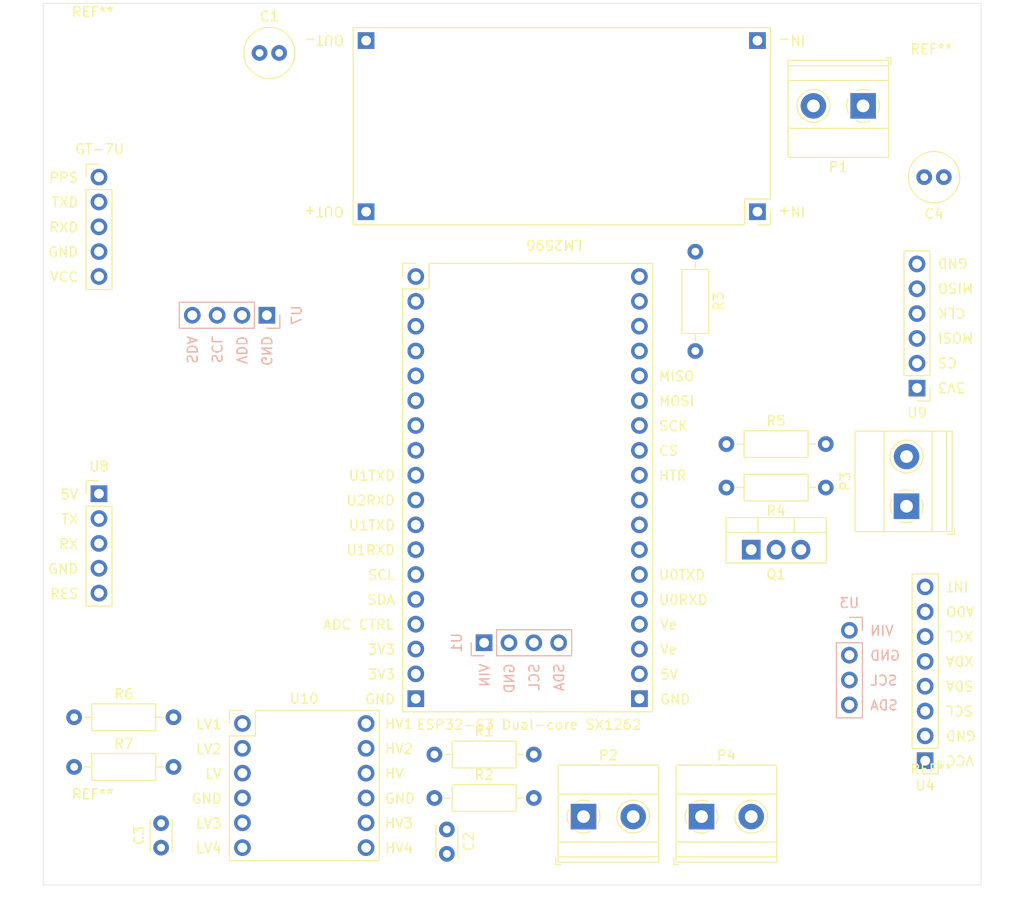
<source format=kicad_pcb>
(kicad_pcb (version 20240108) (generator "pcbnew") (generator_version "8.0")
  (layers (0 "F.Cu" signal) (1 "In1.Cu" signal) (2 "In2.Cu" signal) (3 "In3.Cu" signal) (4 "In4.Cu" signal) (31 "B.Cu" signal) (34 "B.Paste" user) (35 "F.Paste" user) (36 "B.SilkS" user "B.Silkscreen") (37 "F.SilkS" user "F.Silkscreen") (38 "B.Mask" user) (39 "F.Mask" user) (44 "Edge.Cuts" user))
  (net 0 "")
  (net 1 "GND")
  (net 2 "+15V")
  (net 3 "+5V")
  (net 4 "Net-(P3-GND)")
  (net 5 "Net-(Q1-G)")
  (net 6 "Net-(U1-SDA)")
  (net 7 "Net-(U1-SCL)")
  (net 8 "Net-(U2-MISO)")
  (net 11 "Net-(U2-U2TXD)")
  (net 12 "Net-(U2-CS)")
  (net 19 "Net-(U10-HV1)")
  (net 20 "Net-(U10-HV2)")
  (net 23 "Net-(U2-MOSI)")
  (net 27 "Net-(U2-HTR)")
  (net 29 "Net-(U2-U1RXD)")
  (net 30 "+3V3")
  (net 36 "Net-(U2-U2RXD)")
  (net 38 "Net-(U2-U1TXD)")
  (net 50 "Net-(U2-CLK)")
  (footprint "Capacitor_THT:C_Radial_D5.0mm_H11.0mm_P2.00mm" (layer "F.Cu") (at 188.595 63.5 180)
    (property "Reference" "C4" (at 1 -3.75 0) (layer "F.SilkS"))
    (property "Value" "100uF")
    (fp_circle (center 1 0) (end 3.62 0) (stroke (width 0.12)) (fill none) (layer "F.SilkS"))
    (pad "1" thru_hole circle (at 0 0 180) (size 1.6 1.6) (drill 0.8) (layers "*.Cu" "*.Mask") (net 2 "+15V"))
    (pad "2" thru_hole circle (at 2 0 180) (size 1.6 1.6) (drill 0.8) (layers "*.Cu" "*.Mask") (net 1 "GND"))
  )
  (footprint "Capacitor_THT:C_Radial_D5.0mm_H11.0mm_P2.00mm" (layer "F.Cu") (at 118.65 50.8)
    (property "Reference" "C1" (at 1 -3.75 0) (layer "F.SilkS"))
    (property "Value" "100uF")
    (fp_circle (center 1 0) (end 3.62 0) (stroke (width 0.12)) (fill none) (layer "F.SilkS"))
    (pad "1" thru_hole circle (at 0 0) (size 1.6 1.6) (drill 0.8) (layers "*.Cu" "*.Mask") (net 3 "+5V"))
    (pad "2" thru_hole circle (at 2 0) (size 1.6 1.6) (drill 0.8) (layers "*.Cu" "*.Mask") (net 1 "GND"))
  )
  (footprint "MountingHole:MountingHole_3.2mm_M3" (layer "F.Cu") (at 187.32 128.27)
    (property "Reference" "REF**" (at 0 -4.2 0) (layer "F.SilkS"))
    (property "Value" "MountingHole_3.2mm_M3")
    (pad "" np_thru_hole circle (at 0 0) (size 3.2 3.2) (drill 3.2) (layers "*.Cu" "*.Mask"))
  )
  (footprint "TerminalBlock_Phoenix:TerminalBlock_Phoenix_MKDS-1,5-2-5.08_1x02_P5.08mm_Horizontal" (layer "F.Cu") (at 163.83 128.905)
    (property "Reference" "P4" (at 2.54 -6.26 0) (layer "F.SilkS"))
    (property "Value" "Power Terminal Block")
    (fp_line (start -2.84 4.16) (end -2.84 4.9) (stroke (width 0.12)) (layer "F.SilkS"))
    (fp_line (start -2.84 4.9) (end -2.34 4.9) (stroke (width 0.12)) (layer "F.SilkS"))
    (fp_line (start -2.6 -5.261) (end -2.6 4.66) (stroke (width 0.12)) (layer "F.SilkS"))
    (fp_line (start -2.6 -5.261) (end 7.68 -5.261) (stroke (width 0.12)) (layer "F.SilkS"))
    (fp_line (start -2.6 -2.301) (end 7.68 -2.301) (stroke (width 0.12)) (layer "F.SilkS"))
    (fp_line (start -2.6 2.6) (end 7.68 2.6) (stroke (width 0.12)) (layer "F.SilkS"))
    (fp_line (start -2.6 4.1) (end 7.68 4.1) (stroke (width 0.12)) (layer "F.SilkS"))
    (fp_line (start -2.6 4.66) (end 7.68 4.66) (stroke (width 0.12)) (layer "F.SilkS"))
    (fp_line (start 3.853 1.023) (end 3.806 1.069) (stroke (width 0.12)) (layer "F.SilkS"))
    (fp_line (start 4.046 1.239) (end 4.011 1.274) (stroke (width 0.12)) (layer "F.SilkS"))
    (fp_line (start 6.15 -1.275) (end 6.115 -1.239) (stroke (width 0.12)) (layer "F.SilkS"))
    (fp_line (start 6.355 -1.069) (end 6.308 -1.023) (stroke (width 0.12)) (layer "F.SilkS"))
    (fp_line (start 7.68 -5.261) (end 7.68 4.66) (stroke (width 0.12)) (layer "F.SilkS"))
    (fp_arc (start -1.535427 0.683042) (mid -1.680501 -0.000524) (end -1.535 -0.684) (stroke (width 0.12)) (layer "F.SilkS"))
    (fp_arc (start -0.683042 -1.535427) (mid 0.000524 -1.680501) (end 0.684 -1.535) (stroke (width 0.12)) (layer "F.SilkS"))
    (fp_arc (start 0.028805 1.680253) (mid -0.335551 1.646659) (end -0.684 1.535) (stroke (width 0.12)) (layer "F.SilkS"))
    (fp_arc (start 0.683318 1.534756) (mid 0.349292 1.643288) (end 0 1.68) (stroke (width 0.12)) (layer "F.SilkS"))
    (fp_arc (start 1.535427 -0.683042) (mid 1.680501 0.000524) (end 1.535 0.684) (stroke (width 0.12)) (layer "F.SilkS"))
    (fp_circle (center 5.08 0) (end 6.76 0) (stroke (width 0.12)) (fill none) (layer "F.SilkS"))
    (pad "1" thru_hole rect (at 0 0) (size 2.6 2.6) (drill 1.3) (layers "*.Cu" "*.Mask") (net 1 "GND"))
    (pad "2" thru_hole circle (at 5.08 0) (size 2.6 2.6) (drill 1.3) (layers "*.Cu" "*.Mask") (net 3 "+5V"))
  )
  (footprint "Resistor_THT:R_Axial_DIN0207_L6.3mm_D2.5mm_P10.16mm_Horizontal" (layer "F.Cu") (at 176.53 95.25 180)
    (property "Reference" "R4" (at 5.08 -2.37 0) (layer "F.SilkS"))
    (property "Value" "100")
    (fp_line (start 9.12 0) (end 8.35 0) (stroke (width 0.12)) (layer "F.SilkS"))
    (fp_line (start 8.35 1.37) (end 8.35 -1.37) (stroke (width 0.12)) (layer "F.SilkS"))
    (fp_line (start 8.35 -1.37) (end 1.81 -1.37) (stroke (width 0.12)) (layer "F.SilkS"))
    (fp_line (start 1.81 1.37) (end 8.35 1.37) (stroke (width 0.12)) (layer "F.SilkS"))
    (fp_line (start 1.81 -1.37) (end 1.81 1.37) (stroke (width 0.12)) (layer "F.SilkS"))
    (fp_line (start 1.04 0) (end 1.81 0) (stroke (width 0.12)) (layer "F.SilkS"))
    (pad "1" thru_hole circle (at 0 0 180) (size 1.6 1.6) (drill 0.8) (layers "*.Cu" "*.Mask") (net 27 "Net-(U2-HTR)"))
    (pad "2" thru_hole oval (at 10.16 0 180) (size 1.6 1.6) (drill 0.8) (layers "*.Cu" "*.Mask") (net 5 "Net-(Q1-G)"))
  )
  (footprint "Resistor_THT:R_Axial_DIN0207_L6.3mm_D2.5mm_P10.16mm_Horizontal" (layer "F.Cu") (at 99.695 118.745)
    (property "Reference" "R6" (at 5.08 -2.37 0) (layer "F.SilkS"))
    (property "Value" "10k")
    (fp_line (start 1.04 0) (end 1.81 0) (stroke (width 0.12)) (layer "F.SilkS"))
    (fp_line (start 1.81 -1.37) (end 1.81 1.37) (stroke (width 0.12)) (layer "F.SilkS"))
    (fp_line (start 1.81 1.37) (end 8.35 1.37) (stroke (width 0.12)) (layer "F.SilkS"))
    (fp_line (start 8.35 -1.37) (end 1.81 -1.37) (stroke (width 0.12)) (layer "F.SilkS"))
    (fp_line (start 8.35 1.37) (end 8.35 -1.37) (stroke (width 0.12)) (layer "F.SilkS"))
    (fp_line (start 9.12 0) (end 8.35 0) (stroke (width 0.12)) (layer "F.SilkS"))
    (pad "1" thru_hole circle (at 0 0) (size 1.6 1.6) (drill 0.8) (layers "*.Cu" "*.Mask") (net 30 "+3V3"))
    (pad "2" thru_hole oval (at 10.16 0) (size 1.6 1.6) (drill 0.8) (layers "*.Cu" "*.Mask") (net 6 "Net-(U1-SDA)"))
  )
  (footprint "MountingHole:MountingHole_3.2mm_M3" (layer "F.Cu") (at 101.6 50.8)
    (property "Reference" "REF**" (at 0 -4.2 0) (layer "F.SilkS"))
    (property "Value" "MountingHole_3.2mm_M3")
    (pad "" np_thru_hole circle (at 0 0) (size 3.2 3.2) (drill 3.2) (layers "*.Cu" "*.Mask"))
  )
  (footprint "Actual Footprint Library:GY-521 MPU-6050" (layer "F.Cu") (at 186.69 123.19 180)
    (property "Reference" "U4" (at 0 -2.54 360) (layer "F.SilkS"))
    (property "Value" "GY-521 MPU-6050")
    (fp_line (start 1.33 1.27) (end 1.33 19.11) (stroke (width 0.12)) (layer "F.SilkS"))
    (fp_line (start -1.33 19.11) (end 1.33 19.11) (stroke (width 0.12)) (layer "F.SilkS"))
    (fp_line (start -1.33 1.27) (end 1.33 1.27) (stroke (width 0.12)) (layer "F.SilkS"))
    (fp_line (start -1.33 1.27) (end -1.33 19.11) (stroke (width 0.12)) (layer "F.SilkS"))
    (fp_line (start -1.33 0) (end -1.33 -1.33) (stroke (width 0.12)) (layer "F.SilkS"))
    (fp_line (start -1.33 -1.33) (end 0 -1.33) (stroke (width 0.12)) (layer "F.SilkS"))
    (fp_text user "VCC" (at -2.032 0.635 180) (layer "F.SilkS") (effects (justify right bottom)))
    (fp_text user "ADO" (at -2.032 15.875 180) (layer "F.SilkS") (effects (justify right bottom)))
    (fp_text user "SDA" (at -2.032 8.255 180) (layer "F.SilkS") (effects (justify right bottom)))
    (fp_text user "XDA" (at -2.032 10.795 180) (layer "F.SilkS") (effects (justify right bottom)))
    (fp_text user "INT" (at -2.032 18.415 180) (layer "F.SilkS") (effects (justify right bottom)))
    (fp_text user "GND" (at -2.032 3.175 180) (layer "F.SilkS") (effects (justify right bottom)))
    (fp_text user "XCL" (at -2.032 13.335 180) (layer "F.SilkS") (effects (justify right bottom)))
    (fp_text user "SCL" (at -2.032 5.715 180) (layer "F.SilkS") (effects (justify right bottom)))
    (pad "1" thru_hole rect (at 0 0 180) (size 1.7 1.7) (drill 1) (layers "*.Cu" "*.Mask") (net 3 "+5V"))
    (pad "2" thru_hole oval (at 0 2.54 180) (size 1.7 1.7) (drill 1) (layers "*.Cu" "*.Mask") (net 1 "GND"))
    (pad "3" thru_hole oval (at 0 5.08 180) (size 1.7 1.7) (drill 1) (layers "*.Cu" "*.Mask") (net 19 "Net-(U10-HV1)"))
    (pad "4" thru_hole oval (at 0 7.62 180) (size 1.7 1.7) (drill 1) (layers "*.Cu" "*.Mask") (net 20 "Net-(U10-HV2)"))
    (pad "5" thru_hole oval (at 0 10.16 180) (size 1.7 1.7) (drill 1) (layers "*.Cu" "*.Mask"))
    (pad "6" thru_hole oval (at 0 12.7 180) (size 1.7 1.7) (drill 1) (layers "*.Cu" "*.Mask"))
    (pad "7" thru_hole oval (at 0 15.24 180) (size 1.7 1.7) (drill 1) (layers "*.Cu" "*.Mask"))
    (pad "8" thru_hole oval (at 0 17.78 180) (size 1.7 1.7) (drill 1) (layers "*.Cu" "*.Mask"))
  )
  (footprint "Resistor_THT:R_Axial_DIN0207_L6.3mm_D2.5mm_P10.16mm_Horizontal" (layer "F.Cu") (at 136.525 127)
    (property "Reference" "R2" (at 5.08 -2.37 0) (layer "F.SilkS"))
    (property "Value" "10k")
    (fp_line (start 1.04 0) (end 1.81 0) (stroke (width 0.12)) (layer "F.SilkS"))
    (fp_line (start 1.81 -1.37) (end 1.81 1.37) (stroke (width 0.12)) (layer "F.SilkS"))
    (fp_line (start 1.81 1.37) (end 8.35 1.37) (stroke (width 0.12)) (layer "F.SilkS"))
    (fp_line (start 8.35 -1.37) (end 1.81 -1.37) (stroke (width 0.12)) (layer "F.SilkS"))
    (fp_line (start 8.35 1.37) (end 8.35 -1.37) (stroke (width 0.12)) (layer "F.SilkS"))
    (fp_line (start 9.12 0) (end 8.35 0) (stroke (width 0.12)) (layer "F.SilkS"))
    (pad "1" thru_hole circle (at 0 0) (size 1.6 1.6) (drill 0.8) (layers "*.Cu" "*.Mask") (net 20 "Net-(U10-HV2)"))
    (pad "2" thru_hole oval (at 10.16 0) (size 1.6 1.6) (drill 0.8) (layers "*.Cu" "*.Mask") (net 3 "+5V"))
  )
  (footprint "TerminalBlock_Phoenix:TerminalBlock_Phoenix_MKDS-1,5-2-5.08_1x02_P5.08mm_Horizontal" (layer "F.Cu") (at 180.345 56.215 180)
    (property "Reference" "P1" (at 2.54 -6.26 360) (layer "F.SilkS"))
    (property "Value" "Power Terminal Block")
    (fp_line (start 7.68 -5.261) (end 7.68 4.66) (stroke (width 0.12)) (layer "F.SilkS"))
    (fp_line (start 6.355 -1.069) (end 6.308 -1.023) (stroke (width 0.12)) (layer "F.SilkS"))
    (fp_line (start 6.15 -1.275) (end 6.115 -1.239) (stroke (width 0.12)) (layer "F.SilkS"))
    (fp_line (start 4.046 1.239) (end 4.011 1.274) (stroke (width 0.12)) (layer "F.SilkS"))
    (fp_line (start 3.853 1.023) (end 3.806 1.069) (stroke (width 0.12)) (layer "F.SilkS"))
    (fp_line (start -2.6 4.66) (end 7.68 4.66) (stroke (width 0.12)) (layer "F.SilkS"))
    (fp_line (start -2.6 4.1) (end 7.68 4.1) (stroke (width 0.12)) (layer "F.SilkS"))
    (fp_line (start -2.6 2.6) (end 7.68 2.6) (stroke (width 0.12)) (layer "F.SilkS"))
    (fp_line (start -2.6 -2.301) (end 7.68 -2.301) (stroke (width 0.12)) (layer "F.SilkS"))
    (fp_line (start -2.6 -5.261) (end 7.68 -5.261) (stroke (width 0.12)) (layer "F.SilkS"))
    (fp_line (start -2.6 -5.261) (end -2.6 4.66) (stroke (width 0.12)) (layer "F.SilkS"))
    (fp_line (start -2.84 4.9) (end -2.34 4.9) (stroke (width 0.12)) (layer "F.SilkS"))
    (fp_line (start -2.84 4.16) (end -2.84 4.9) (stroke (width 0.12)) (layer "F.SilkS"))
    (fp_arc (start 1.535427 -0.683042) (mid 1.680501 0.000524) (end 1.535 0.684) (stroke (width 0.12)) (layer "F.SilkS"))
    (fp_arc (start 0.683318 1.534756) (mid 0.349292 1.643288) (end 0 1.68) (stroke (width 0.12)) (layer "F.SilkS"))
    (fp_arc (start 0.028805 1.680253) (mid -0.335551 1.646659) (end -0.684 1.535) (stroke (width 0.12)) (layer "F.SilkS"))
    (fp_arc (start -0.683042 -1.535427) (mid 0.000524 -1.680501) (end 0.684 -1.535) (stroke (width 0.12)) (layer "F.SilkS"))
    (fp_arc (start -1.535427 0.683042) (mid -1.680501 -0.000524) (end -1.535 -0.684) (stroke (width 0.12)) (layer "F.SilkS"))
    (fp_circle (center 5.08 0) (end 6.76 0) (stroke (width 0.12)) (fill none) (layer "F.SilkS"))
    (pad "1" thru_hole rect (at 0 0 180) (size 2.6 2.6) (drill 1.3) (layers "*.Cu" "*.Mask") (net 1 "GND"))
    (pad "2" thru_hole circle (at 5.08 0 180) (size 2.6 2.6) (drill 1.3) (layers "*.Cu" "*.Mask") (net 2 "+15V"))
  )
  (footprint "Package_TO_SOT_THT:TO-220-3_Vertical" (layer "F.Cu") (at 168.91 101.6)
    (property "Reference" "Q1" (at 2.54 2.54 0) (layer "F.SilkS"))
    (property "Value" "IRLZ44N")
    (fp_line (start -2.58 -3.27) (end -2.58 1.371) (stroke (width 0.12)) (layer "F.SilkS"))
    (fp_line (start -2.58 -3.27) (end 7.66 -3.27) (stroke (width 0.12)) (layer "F.SilkS"))
    (fp_line (start -2.58 -1.76) (end 7.66 -1.76) (stroke (width 0.12)) (layer "F.SilkS"))
    (fp_line (start -2.58 1.371) (end 7.66 1.371) (stroke (width 0.12)) (layer "F.SilkS"))
    (fp_line (start 0.69 -3.27) (end 0.69 -1.76) (stroke (width 0.12)) (layer "F.SilkS"))
    (fp_line (start 4.391 -3.27) (end 4.391 -1.76) (stroke (width 0.12)) (layer "F.SilkS"))
    (fp_line (start 7.66 -3.27) (end 7.66 1.371) (stroke (width 0.12)) (layer "F.SilkS"))
    (pad "1" thru_hole rect (at 0 0) (size 1.905 2) (drill 1.1) (layers "*.Cu" "*.Mask") (net 5 "Net-(Q1-G)"))
    (pad "2" thru_hole oval (at 2.54 0) (size 1.905 2) (drill 1.1) (layers "*.Cu" "*.Mask") (net 4 "Net-(P3-GND)"))
    (pad "3" thru_hole oval (at 5.08 0) (size 1.905 2) (drill 1.1) (layers "*.Cu" "*.Mask") (net 1 "GND"))
  )
  (footprint "Resistor_THT:R_Axial_DIN0207_L6.3mm_D2.5mm_P10.16mm_Horizontal" (layer "F.Cu") (at 136.525 122.555)
    (property "Reference" "R1" (at 5.08 -2.37 0) (layer "F.SilkS"))
    (property "Value" "10k")
    (fp_line (start 1.04 0) (end 1.81 0) (stroke (width 0.12)) (layer "F.SilkS"))
    (fp_line (start 1.81 -1.37) (end 1.81 1.37) (stroke (width 0.12)) (layer "F.SilkS"))
    (fp_line (start 1.81 1.37) (end 8.35 1.37) (stroke (width 0.12)) (layer "F.SilkS"))
    (fp_line (start 8.35 -1.37) (end 1.81 -1.37) (stroke (width 0.12)) (layer "F.SilkS"))
    (fp_line (start 8.35 1.37) (end 8.35 -1.37) (stroke (width 0.12)) (layer "F.SilkS"))
    (fp_line (start 9.12 0) (end 8.35 0) (stroke (width 0.12)) (layer "F.SilkS"))
    (pad "1" thru_hole circle (at 0 0) (size 1.6 1.6) (drill 0.8) (layers "*.Cu" "*.Mask") (net 3 "+5V"))
    (pad "2" thru_hole oval (at 10.16 0) (size 1.6 1.6) (drill 0.8) (layers "*.Cu" "*.Mask") (net 19 "Net-(U10-HV1)"))
  )
  (footprint "Resistor_THT:R_Axial_DIN0207_L6.3mm_D2.5mm_P10.16mm_Horizontal" (layer "F.Cu") (at 166.37 90.805)
    (property "Reference" "R5" (at 5.08 -2.37 0) (layer "F.SilkS"))
    (property "Value" "10k")
    (fp_line (start 1.04 0) (end 1.81 0) (stroke (width 0.12)) (layer "F.SilkS"))
    (fp_line (start 1.81 -1.37) (end 1.81 1.37) (stroke (width 0.12)) (layer "F.SilkS"))
    (fp_line (start 1.81 1.37) (end 8.35 1.37) (stroke (width 0.12)) (layer "F.SilkS"))
    (fp_line (start 8.35 -1.37) (end 1.81 -1.37) (stroke (width 0.12)) (layer "F.SilkS"))
    (fp_line (start 8.35 1.37) (end 8.35 -1.37) (stroke (width 0.12)) (layer "F.SilkS"))
    (fp_line (start 9.12 0) (end 8.35 0) (stroke (width 0.12)) (layer "F.SilkS"))
    (pad "1" thru_hole circle (at 0 0) (size 1.6 1.6) (drill 0.8) (layers "*.Cu" "*.Mask") (net 1 "GND"))
    (pad "2" thru_hole oval (at 10.16 0) (size 1.6 1.6) (drill 0.8) (layers "*.Cu" "*.Mask") (net 5 "Net-(Q1-G)"))
  )
  (footprint "Actual Footprint Library:uCAM-III" (layer "F.Cu") (at 102.235 95.885)
    (property "Reference" "U8" (at 0 -2.794 0) (layer "F.SilkS"))
    (property "Value" "uCAM-III")
    (fp_line (start -1.33 -1.33) (end 0 -1.33) (stroke (width 0.12)) (layer "F.SilkS"))
    (fp_line (start -1.33 0) (end -1.33 -1.33) (stroke (width 0.12)) (layer "F.SilkS"))
    (fp_line (start -1.33 1.27) (end -1.33 11.49) (stroke (width 0.12)) (layer "F.SilkS"))
    (fp_line (start -1.33 1.27) (end 1.33 1.27) (stroke (width 0.12)) (layer "F.SilkS"))
    (fp_line (start -1.33 11.49) (end 1.33 11.49) (stroke (width 0.12)) (layer "F.SilkS"))
    (fp_line (start 1.33 1.27) (end 1.33 11.49) (stroke (width 0.12)) (layer "F.SilkS"))
    (fp_text user "TX" (at -2.032 3.2004 0) (layer "F.SilkS") (effects (justify right bottom)))
    (fp_text user "RES" (at -2.032 10.8204 0) (layer "F.SilkS") (effects (justify right bottom)))
    (fp_text user "GND" (at -2.032 8.2804 0) (layer "F.SilkS") (effects (justify right bottom)))
    (fp_text user "RX" (at -2.032 5.7404 0) (layer "F.SilkS") (effects (justify right bottom)))
    (fp_text user "5V" (at -2.032 0.6604 0) (layer "F.SilkS") (effects (justify right bottom)))
    (pad "1" thru_hole rect (at 0 0) (size 1.7 1.7) (drill 1) (layers "*.Cu" "*.Mask") (net 3 "+5V"))
    (pad "2" thru_hole oval (at 0 2.54) (size 1.7 1.7) (drill 1) (layers "*.Cu" "*.Mask") (net 29 "Net-(U2-U1RXD)"))
    (pad "3" thru_hole oval (at 0 5.08) (size 1.7 1.7) (drill 1) (layers "*.Cu" "*.Mask") (net 38 "Net-(U2-U1TXD)"))
    (pad "4" thru_hole oval (at 0 7.62) (size 1.7 1.7) (drill 1) (layers "*.Cu" "*.Mask") (net 1 "GND"))
    (pad "5" thru_hole oval (at 0 10.16) (size 1.7 1.7) (drill 1) (layers "*.Cu" "*.Mask"))
  )
  (footprint "TerminalBlock_Phoenix:TerminalBlock_Phoenix_MKDS-1,5-2-5.08_1x02_P5.08mm_Horizontal" (layer "F.Cu") (at 184.785 97.16 90)
    (property "Reference" "P3" (at 2.54 -6.26 90) (layer "F.SilkS"))
    (property "Value" "Power Terminal Block")
    (fp_line (start 7.68 -5.261) (end 7.68 4.66) (stroke (width 0.12)) (layer "F.SilkS"))
    (fp_line (start -2.6 -5.261) (end 7.68 -5.261) (stroke (width 0.12)) (layer "F.SilkS"))
    (fp_line (start -2.6 -5.261) (end -2.6 4.66) (stroke (width 0.12)) (layer "F.SilkS"))
    (fp_line (start -2.6 -2.301) (end 7.68 -2.301) (stroke (width 0.12)) (layer "F.SilkS"))
    (fp_line (start 6.15 -1.275) (end 6.115 -1.239) (stroke (width 0.12)) (layer "F.SilkS"))
    (fp_line (start 6.355 -1.069) (end 6.308 -1.023) (stroke (width 0.12)) (layer "F.SilkS"))
    (fp_line (start 3.853 1.023) (end 3.806 1.069) (stroke (width 0.12)) (layer "F.SilkS"))
    (fp_line (start 4.046 1.239) (end 4.011 1.274) (stroke (width 0.12)) (layer "F.SilkS"))
    (fp_line (start -2.6 2.6) (end 7.68 2.6) (stroke (width 0.12)) (layer "F.SilkS"))
    (fp_line (start -2.6 4.1) (end 7.68 4.1) (stroke (width 0.12)) (layer "F.SilkS"))
    (fp_line (start -2.84 4.16) (end -2.84 4.9) (stroke (width 0.12)) (layer "F.SilkS"))
    (fp_line (start -2.6 4.66) (end 7.68 4.66) (stroke (width 0.12)) (layer "F.SilkS"))
    (fp_line (start -2.84 4.9) (end -2.34 4.9) (stroke (width 0.12)) (layer "F.SilkS"))
    (fp_arc (start -0.683042 -1.535427) (mid 0.000524 -1.680501) (end 0.684 -1.535) (stroke (width 0.12)) (layer "F.SilkS"))
    (fp_arc (start 1.535427 -0.683042) (mid 1.680501 0.000524) (end 1.535 0.684) (stroke (width 0.12)) (layer "F.SilkS"))
    (fp_arc (start -1.535427 0.683042) (mid -1.680501 -0.000524) (end -1.535 -0.684) (stroke (width 0.12)) (layer "F.SilkS"))
    (fp_arc (start 0.683318 1.534756) (mid 0.349292 1.643288) (end 0 1.68) (stroke (width 0.12)) (layer "F.SilkS"))
    (fp_arc (start 0.028805 1.680253) (mid -0.335551 1.646659) (end -0.684 1.535) (stroke (width 0.12)) (layer "F.SilkS"))
    (fp_circle (center 5.08 0) (end 6.76 0) (stroke (width 0.12)) (fill none) (layer "F.SilkS"))
    (pad "1" thru_hole rect (at 0 0 90) (size 2.6 2.6) (drill 1.3) (layers "*.Cu" "*.Mask") (net 4 "Net-(P3-GND)"))
    (pad "2" thru_hole circle (at 5.08 0 90) (size 2.6 2.6) (drill 1.3) (layers "*.Cu" "*.Mask") (net 2 "+15V"))
  )
  (footprint "Actual Footprint Library:SDHC" (layer "F.Cu") (at 185.856 85.078 180)
    (property "Reference" "U9" (at 0 -2.54 180) (layer "F.SilkS"))
    (property "Value" "SDHC")
    (fp_line (start 1.33 14.03) (end -1.33 14.03) (stroke (width 0.12)) (layer "F.SilkS"))
    (fp_line (start 1.33 1.27) (end 1.33 14.03) (stroke (width 0.12)) (layer "F.SilkS"))
    (fp_line (start 1.33 1.27) (end -1.33 1.27) (stroke (width 0.12)) (layer "F.SilkS"))
    (fp_line (start 0 -1.33) (end -1.33 -1.33) (stroke (width 0.12)) (layer "F.SilkS"))
    (fp_line (start -1.33 1.27) (end -1.33 14.03) (stroke (width 0.12)) (layer "F.SilkS"))
    (fp_line (start -1.33 0) (end -1.33 -1.33) (stroke (width 0.12)) (layer "F.SilkS"))
    (fp_text user "MISO" (at -2.032 10.8204 180) (layer "F.SilkS") (effects (justify right bottom)))
    (fp_text user "CLK" (at -2.032 8.2804 180) (layer "F.SilkS") (effects (justify right bottom)))
    (fp_text user "3V3" (at -2.032 0.6604 180) (layer "F.SilkS") (effects (justify right bottom)))
    (fp_text user "MOSI" (at -2.032 5.7404 180) (layer "F.SilkS") (effects (justify right bottom)))
    (fp_text user "CS" (at -2.032 3.2004 180) (layer "F.SilkS") (effects (justify right bottom)))
    (fp_text user "GND" (at -2.032 13.3604 180) (layer "F.SilkS") (effects (justify right bottom)))
    (pad "1" thru_hole rect (at 0 0 180) (size 1.7 1.7) (drill 1) (layers "*.Cu" "*.Mask") (net 30 "+3V3"))
    (pad "2" thru_hole oval (at 0 2.54 180) (size 1.7 1.7) (drill 1) (layers "*.Cu" "*.Mask") (net 12 "Net-(U2-CS)"))
    (pad "3" thru_hole oval (at 0 5.08 180) (size 1.7 1.7) (drill 1) (layers "*.Cu" "*.Mask") (net 23 "Net-(U2-MOSI)"))
    (pad "4" thru_hole oval (at 0 7.62 180) (size 1.7 1.7) (drill 1) (layers "*.Cu" "*.Mask") (net 50 "Net-(U2-CLK)"))
    (pad "5" thru_hole oval (at 0 10.16 180) (size 1.7 1.7) (drill 1) (layers "*.Cu" "*.Mask") (net 8 "Net-(U2-MISO)"))
    (pad "6" thru_hole oval (at 0 12.7 180) (size 1.7 1.7) (drill 1) (layers "*.Cu" "*.Mask") (net 1 "GND"))
  )
  (footprint "MountingHole:MountingHole_3.2mm_M3" (layer "F.Cu") (at 187.32 54.61)
    (property "Reference" "REF**" (at 0 -4.2 0) (layer "F.SilkS"))
    (property "Value" "MountingHole_3.2mm_M3")
    (pad "" np_thru_hole circle (at 0 0) (size 3.2 3.2) (drill 3.2) (layers "*.Cu" "*.Mask"))
  )
  (footprint "Capacitor_THT:C_Disc_D3.0mm_W2.0mm_P2.50mm" (layer "F.Cu") (at 108.585 132.08 90)
    (property "Reference" "C3" (at 1.25 -2.25 90) (layer "F.SilkS"))
    (property "Value" "100nF")
    (fp_line (start 2.87 -1.12) (end 2.87 -1.055) (stroke (width 0.12)) (layer "F.SilkS"))
    (fp_line (start -0.37 -1.12) (end 2.87 -1.12) (stroke (width 0.12)) (layer "F.SilkS"))
    (fp_line (start -0.37 -1.12) (end -0.37 -1.055) (stroke (width 0.12)) (layer "F.SilkS"))
    (fp_line (start 2.87 1.055) (end 2.87 1.12) (stroke (width 0.12)) (layer "F.SilkS"))
    (fp_line (start -0.37 1.055) (end -0.37 1.12) (stroke (width 0.12)) (layer "F.SilkS"))
    (fp_line (start -0.37 1.12) (end 2.87 1.12) (stroke (width 0.12)) (layer "F.SilkS"))
    (pad "1" thru_hole circle (at 0 0 90) (size 1.6 1.6) (drill 0.8) (layers "*.Cu" "*.Mask") (net 30 "+3V3"))
    (pad "2" thru_hole circle (at 2.5 0 90) (size 1.6 1.6) (drill 0.8) (layers "*.Cu" "*.Mask") (net 1 "GND"))
  )
  (footprint "Resistor_THT:R_Axial_DIN0207_L6.3mm_D2.5mm_P10.16mm_Horizontal" (layer "F.Cu") (at 99.695 123.825)
    (property "Reference" "R7" (at 5.08 -2.37 0) (layer "F.SilkS"))
    (property "Value" "10k")
    (fp_line (start 1.04 0) (end 1.81 0) (stroke (width 0.12)) (layer "F.SilkS"))
    (fp_line (start 1.81 -1.37) (end 1.81 1.37) (stroke (width 0.12)) (layer "F.SilkS"))
    (fp_line (start 1.81 1.37) (end 8.35 1.37) (stroke (width 0.12)) (layer "F.SilkS"))
    (fp_line (start 8.35 -1.37) (end 1.81 -1.37) (stroke (width 0.12)) (layer "F.SilkS"))
    (fp_line (start 8.35 1.37) (end 8.35 -1.37) (stroke (width 0.12)) (layer "F.SilkS"))
    (fp_line (start 9.12 0) (end 8.35 0) (stroke (width 0.12)) (layer "F.SilkS"))
    (pad "1" thru_hole circle (at 0 0) (size 1.6 1.6) (drill 0.8) (layers "*.Cu" "*.Mask") (net 30 "+3V3"))
    (pad "2" thru_hole oval (at 10.16 0) (size 1.6 1.6) (drill 0.8) (layers "*.Cu" "*.Mask") (net 7 "Net-(U1-SCL)"))
  )
  (footprint "Actual Footprint Library:LM2596" (layer "F.Cu") (at 169.545 49.535 180)
    (property "Reference" "U5" (hide yes))
    (property "Value" "LM2596")
    (fp_line (start 41.333 1.3208) (end -1.3208 1.3208) (stroke (width 0.12)) (layer "F.SilkS"))
    (fp_line (start 41.333 -18.8468) (end 41.333 1.3208) (stroke (width 0.12)) (layer "F.SilkS"))
    (fp_line (start 1.3208 -16.2052) (end 1.3208 -18.8468) (stroke (width 0.12)) (layer "F.SilkS"))
    (fp_line (start 1.3208 -18.8468) (end 41.333 -18.8468) (stroke (width 0.12)) (layer "F.SilkS"))
    (fp_line (start -1.3208 1.3208) (end -1.3208 -16.2052) (stroke (width 0.12)) (layer "F.SilkS"))
    (fp_line (start -1.3208 -16.2052) (end 1.3208 -16.2052) (stroke (width 0.12)) (layer "F.SilkS"))
    (fp_line (start -1.3208 -17.526) (end -1.3208 -18.8468) (stroke (width 0.12)) (layer "F.SilkS"))
    (fp_line (start -1.3208 -18.8468) (end 0 -18.8468) (stroke (width 0.12)) (layer "F.SilkS"))
    (fp_text user "IN+" (at -2.032 -16.891 180) (layer "F.SilkS") (effects (justify right bottom)))
    (fp_text user "IN-" (at -2.032 0.635 180) (layer "F.SilkS") (effects (justify right bottom)))
    (fp_text user "OUT+" (at 42.164 -16.891 180) (layer "F.SilkS") (effects (justify left bottom)))
    (fp_text user "LM2596" (at 17.78 -20.32 180) (layer "F.SilkS") (effects (justify left bottom)))
    (fp_text user "OUT-" (at 42.164 0.635 180) (layer "F.SilkS") (effects (justify left bottom)))
    (pad "1" thru_hole rect (at 0 -17.5 180) (size 1.7 1.7) (drill 1) (layers "*.Cu" "*.Mask") (net 2 "+15V"))
    (pad "2" thru_hole rect (at 40 -17.5 180) (size 1.7 1.7) (drill 1) (layers "*.Cu" "*.Mask") (net 3 "+5V"))
    (pad "3" thru_hole rect (at 0 0 180) (size 1.7 1.7) (drill 1) (layers "*.Cu" "*.Mask") (net 1 "GND"))
    (pad "4" thru_hole rect (at 40 0 180) (size 1.7 1.7) (drill 1) (layers "*.Cu" "*.Mask") (net 1 "GND"))
  )
  (footprint "Resistor_THT:R_Axial_DIN0207_L6.3mm_D2.5mm_P10.16mm_Horizontal" (layer "F.Cu") (at 163.195 71.125 -90)
    (property "Reference" "R3" (at 5.08 -2.37 90) (layer "F.SilkS"))
    (property "Value" "10k")
    (fp_line (start 1.81 1.37) (end 8.35 1.37) (stroke (width 0.12)) (layer "F.SilkS"))
    (fp_line (start 8.35 1.37) (end 8.35 -1.37) (stroke (width 0.12)) (layer "F.SilkS"))
    (fp_line (start 1.04 0) (end 1.81 0) (stroke (width 0.12)) (layer "F.SilkS"))
    (fp_line (start 9.12 0) (end 8.35 0) (stroke (width 0.12)) (layer "F.SilkS"))
    (fp_line (start 1.81 -1.37) (end 1.81 1.37) (stroke (width 0.12)) (layer "F.SilkS"))
    (fp_line (start 8.35 -1.37) (end 1.81 -1.37) (stroke (width 0.12)) (layer "F.SilkS"))
    (pad "1" thru_hole circle (at 0 0 270) (size 1.6 1.6) (drill 0.8) (layers "*.Cu" "*.Mask") (net 1 "GND"))
    (pad "2" thru_hole oval (at 10.16 0 270) (size 1.6 1.6) (drill 0.8) (layers "*.Cu" "*.Mask") (net 8 "Net-(U2-MISO)"))
  )
  (footprint "Actual Footprint Library:GT-U7" (layer "F.Cu") (at 102.235 63.5)
    (property "Reference" "U6" (hide yes))
    (property "Value" "GT-7U")
    (fp_line (start -1.33 -1.33) (end 0 -1.33) (stroke (width 0.12)) (layer "F.SilkS"))
    (fp_line (start -1.33 0) (end -1.33 -1.33) (stroke (width 0.12)) (layer "F.SilkS"))
    (fp_line (start -1.33 1.27) (end -1.33 11.49) (stroke (width 0.12)) (layer "F.SilkS"))
    (fp_line (start -1.33 1.27) (end 1.33 1.27) (stroke (width 0.12)) (layer "F.SilkS"))
    (fp_line (start -1.33 11.49) (end 1.33 11.49) (stroke (width 0.12)) (layer "F.SilkS"))
    (fp_line (start 1.33 1.27) (end 1.33 11.49) (stroke (width 0.12)) (layer "F.SilkS"))
    (fp_text user "GND" (at -2.032 8.255 0) (layer "F.SilkS") (effects (justify right bottom)))
    (fp_text user "VCC" (at -2.032 10.795 0) (layer "F.SilkS") (effects (justify right bottom)))
    (fp_text user "GT-7U" (at -2.54 -2.286 0) (layer "F.SilkS") (effects (justify left bottom)))
    (fp_text user "PPS" (at -2.032 0.635 0) (layer "F.SilkS") (effects (justify right bottom)))
    (fp_text user "TXD" (at -2.032 3.175 0) (layer "F.SilkS") (effects (justify right bottom)))
    (fp_text user "RXD" (at -2.032 5.715 0) (layer "F.SilkS") (effects (justify right bottom)))
    (pad "1" thru_hole circle (at 0 0) (size 1.7 1.7) (drill 1) (layers "*.Cu" "*.Mask"))
    (pad "2" thru_hole oval (at 0 2.54) (size 1.7 1.7) (drill 1) (layers "*.Cu" "*.Mask") (net 36 "Net-(U2-U2RXD)"))
    (pad "3" thru_hole oval (at 0 5.08) (size 1.7 1.7) (drill 1) (layers "*.Cu" "*.Mask") (net 11 "Net-(U2-U2TXD)"))
    (pad "4" thru_hole oval (at 0 7.62) (size 1.7 1.7) (drill 1) (layers "*.Cu" "*.Mask") (net 1 "GND"))
    (pad "5" thru_hole oval (at 0 10.16) (size 1.7 1.7) (drill 1) (layers "*.Cu" "*.Mask") (net 3 "+5V"))
  )
  (footprint "Actual Footprint Library:Logic Level Converter" (layer "F.Cu") (at 116.9 119.38)
    (property "Reference" "U10" (at 6.2992 -2.54 0) (layer "F.SilkS"))
    (property "Value" "Logic Level Converter")
    (fp_line (start -1.33 -1.33) (end 0 -1.33) (stroke (width 0.12)) (layer "F.SilkS"))
    (fp_line (start -1.33 0) (end -1.33 -1.33) (stroke (width 0.12)) (layer "F.SilkS"))
    (fp_line (start -1.33 1.27) (end -1.33 14.03) (stroke (width 0.12)) (layer "F.SilkS"))
    (fp_line (start -1.33 1.27) (end 1.33 1.27) (stroke (width 0.12)) (layer "F.SilkS"))
    (fp_line (start -1.33 14.03) (end 1.33 14.03) (stroke (width 0.12)) (layer "F.SilkS"))
    (fp_line (start 1.33 -1.33) (end 1.33 1.27) (stroke (width 0.12)) (layer "F.SilkS"))
    (fp_line (start 11.31 14.03) (end 1.33 14.03) (stroke (width 0.12)) (layer "F.SilkS"))
    (fp_line (start 13.97 -1.33) (end 1.33 -1.33) (stroke (width 0.12)) (layer "F.SilkS"))
    (fp_line (start 13.97 0) (end 13.97 -1.33) (stroke (width 0.12)) (layer "F.SilkS"))
    (fp_line (start 13.97 0) (end 13.97 14.03) (stroke (width 0.12)) (layer "F.SilkS"))
    (fp_line (start 13.97 14.03) (end 11.31 14.03) (stroke (width 0.12)) (layer "F.SilkS"))
    (fp_text user "HV4" (at 14.478 13.335 0) (layer "F.SilkS") (effects (justify left bottom)))
    (fp_text user "HV3" (at 14.478 10.795 0) (layer "F.SilkS") (effects (justify left bottom)))
    (fp_text user "LV1" (at -2.032 0.6604 0) (layer "F.SilkS") (effects (justify right bottom)))
    (fp_text user "GND" (at 14.478 8.255 0) (layer "F.SilkS") (effects (justify left bottom)))
    (fp_text user "GND" (at -2.032 8.2804 0) (layer "F.SilkS") (effects (justify right bottom)))
    (fp_text user "LV3" (at -2.032 10.8204 0) (layer "F.SilkS") (effects (justify right bottom)))
    (fp_text user "HV" (at 14.478 5.715 0) (layer "F.SilkS") (effects (justify left bottom)))
    (fp_text user "HV2" (at 14.478 3.175 0) (layer "F.SilkS") (effects (justify left bottom)))
    (fp_text user "LV" (at -2.032 5.7404 0) (layer "F.SilkS") (effects (justify right bottom)))
    (fp_text user "LV2" (at -2.032 3.2004 0) (layer "F.SilkS") (effects (justify right bottom)))
    (fp_text user "HV1" (at 14.478 0.635 0) (layer "F.SilkS") (effects (justify left bottom)))
    (fp_text user "LV4" (at -2.032 13.3604 0) (layer "F.SilkS") (effects (justify right bottom)))
    (pad "1" thru_hole circle (at 0 0) (size 1.7 1.7) (drill 1) (layers "*.Cu" "*.Mask") (net 7 "Net-(U1-SCL)"))
    (pad "2" thru_hole oval (at 0 2.54) (size 1.7 1.7) (drill 1) (layers "*.Cu" "*.Mask") (net 6 "Net-(U1-SDA)"))
    (pad "3" thru_hole oval (at 0 5.08) (size 1.7 1.7) (drill 1) (layers "*.Cu" "*.Mask") (net 30 "+3V3"))
    (pad "4" thru_hole oval (at 0 7.62) (size 1.7 1.7) (drill 1) (layers "*.Cu" "*.Mask") (net 1 "GND"))
    (pad "5" thru_hole oval (at 0 10.16) (size 1.7 1.7) (drill 1) (layers "*.Cu" "*.Mask"))
    (pad "6" thru_hole oval (at 0 12.7) (size 1.7 1.7) (drill 1) (layers "*.Cu" "*.Mask"))
    (pad "7" thru_hole oval (at 12.64 12.7) (size 1.7 1.7) (drill 1) (layers "*.Cu" "*.Mask"))
    (pad "8" thru_hole oval (at 12.64 10.16) (size 1.7 1.7) (drill 1) (layers "*.Cu" "*.Mask"))
    (pad "9" thru_hole oval (at 12.64 7.62) (size 1.7 1.7) (drill 1) (layers "*.Cu" "*.Mask") (net 1 "GND"))
    (pad "10" thru_hole oval (at 12.64 5.08) (size 1.7 1.7) (drill 1) (layers "*.Cu" "*.Mask") (net 3 "+5V"))
    (pad "11" thru_hole oval (at 12.64 2.54) (size 1.7 1.7) (drill 1) (layers "*.Cu" "*.Mask") (net 20 "Net-(U10-HV2)"))
    (pad "12" thru_hole circle (at 12.64 0) (size 1.7 1.7) (drill 1) (layers "*.Cu" "*.Mask") (net 19 "Net-(U10-HV1)"))
  )
  (footprint "Actual Footprint Library:ESP32-S3 Dual-core SX1262" (layer "F.Cu") (at 134.62 73.665)
    (property "Reference" "U2" (hide yes))
    (property "Value" "ESP32-S3 Dual-core SX1262")
    (fp_line (start -1.3462 -1.3462) (end 0 -1.3462) (stroke (width 0.12)) (layer "F.SilkS"))
    (fp_line (start -1.3462 0) (end -1.3462 -1.3462) (stroke (width 0.12)) (layer "F.SilkS"))
    (fp_line (start -1.3462 1.27) (end 1.3462 1.27) (stroke (width 0.12)) (layer "F.SilkS"))
    (fp_line (start -1.3462 44.5208) (end -1.3462 1.27) (stroke (width 0.12)) (layer "F.SilkS"))
    (fp_line (start 1.3462 -1.3462) (end 1.3462 1.27) (stroke (width 0.12)) (layer "F.SilkS"))
    (fp_line (start 1.3462 -1.3462) (end 24.2062 -1.3462) (stroke (width 0.12)) (layer "F.SilkS"))
    (fp_line (start 24.2062 -1.3462) (end 24.2062 43.18) (stroke (width 0.12)) (layer "F.SilkS"))
    (fp_line (start 24.2062 43.18) (end 24.2062 44.5208) (stroke (width 0.12)) (layer "F.SilkS"))
    (fp_line (start 24.2062 44.5208) (end -1.3462 44.5208) (stroke (width 0.12)) (layer "F.SilkS"))
    (fp_text user "SCK" (at 24.765 15.875 0) (layer "F.SilkS") (effects (justify left bottom)))
    (fp_text user "SDA" (at -2.032 33.655 0) (layer "F.SilkS") (effects (justify right bottom)))
    (fp_text user "3V3" (at -2.032 41.275 0) (layer "F.SilkS") (effects (justify right bottom)))
    (fp_text user "U0RXD" (at 24.765 33.655 0) (layer "F.SilkS") (effects (justify left bottom)))
    (fp_text user "CS" (at 24.765 18.415 0) (layer "F.SilkS") (effects (justify left bottom)))
    (fp_text user "3V3" (at -2.032 38.735 0) (layer "F.SilkS") (effects (justify right bottom)))
    (fp_text user "U0TXD" (at 24.765 31.115 0) (layer "F.SilkS") (effects (justify left bottom)))
    (fp_text user "U1TXD" (at -2.032 26.035 0) (layer "F.SilkS") (effects (justify right bottom)))
    (fp_text user "ADC CTRL" (at -2.159 36.195 0) (layer "F.SilkS") (effects (justify right bottom)))
    (fp_text user "MISO" (at 24.765 10.795 0) (layer "F.SilkS") (effects (justify left bottom)))
    (fp_text user "HTR" (at 24.765 20.955 0) (layer "F.SilkS") (effects (justify left bottom)))
    (fp_text user "U1TXD" (at -2.032 20.955 0) (layer "F.SilkS") (effects (justify right bottom)))
    (fp_text user "5V" (at 24.892 41.3004 0) (layer "F.SilkS") (effects (justify left bottom)))
    (fp_text user "U2RXD" (at -2.032 23.495 0) (layer "F.SilkS") (effects (justify right bottom)))
    (fp_text user "Ve" (at 24.892 36.195 0) (layer "F.SilkS") (effects (justify left bottom)))
    (fp_text user "Ve" (at 24.892 38.735 0) (layer "F.SilkS") (effects (justify left bottom)))
    (fp_text user "ESP32-S3 Dual-core SX1262" (at 0 46.4312 0) (layer "F.SilkS") (effects (justify left bottom)))
    (fp_text user "GND" (at -2.032 43.815 0) (layer "F.SilkS") (effects (justify right bottom)))
    (fp_text user "GND" (at 24.892 43.8404 0) (layer "F.SilkS") (effects (justify left bottom)))
    (fp_text user "U1RXD" (at -2.032 28.575 0) (layer "F.SilkS") (effects (justify right bottom)))
    (fp_text user "MOSI" (at 24.765 13.335 0) (layer "F.SilkS") (effects (justify left bottom)))
    (fp_text user "SCL" (at -2.032 31.115 0) (layer "F.SilkS") (effects (justify right bottom)))
    (pad "1" thru_hole circle (at 0 0) (size 1.7 1.7) (drill 1) (layers "*.Cu" "*.Mask"))
    (pad "2" thru_hole oval (at 0 2.54) (size 1.7 1.7) (drill 1) (layers "*.Cu" "*.Mask"))
    (pad "3" thru_hole oval (at 0 5.08) (size 1.7 1.7) (drill 1) (layers "*.Cu" "*.Mask"))
    (pad "4" thru_hole oval (at 0 7.62) (size 1.7 1.7) (drill 1) (layers "*.Cu" "*.Mask"))
    (pad "5" thru_hole oval (at 0 10.16) (size 1.7 1.7) (drill 1) (layers "*.Cu" "*.Mask"))
    (pad "6" thru_hole oval (at 0 12.7) (size 1.7 1.7) (drill 1) (layers "*.Cu" "*.Mask"))
    (pad "7" thru_hole oval (at 0 15.24) (size 1.7 1.7) (drill 1) (layers "*.Cu" "*.Mask"))
    (pad "8" thru_hole oval (at 0 17.78) (size 1.7 1.7) (drill 1) (layers "*.Cu" "*.Mask"))
    (pad "9" thru_hole oval (at 0 20.32) (size 1.7 1.7) (drill 1) (layers "*.Cu" "*.Mask") (net 11 "Net-(U2-U2TXD)"))
    (pad "10" thru_hole oval (at 0 22.86) (size 1.7 1.7) (drill 1) (layers "*.Cu" "*.Mask") (net 36 "Net-(U2-U2RXD)"))
    (pad "11" thru_hole oval (at 0 25.4) (size 1.7 1.7) (drill 1) (layers "*.Cu" "*.Mask") (net 38 "Net-(U2-U1TXD)"))
    (pad "12" thru_hole oval (at 0 27.94) (size 1.7 1.7) (drill 1) (layers "*.Cu" "*.Mask") (net 29 "Net-(U2-U1RXD)"))
    (pad "13" thru_hole oval (at 0 30.48) (size 1.7 1.7) (drill 1) (layers "*.Cu" "*.Mask") (net 7 "Net-(U1-SCL)"))
    (pad "14" thru_hole oval (at 0 33.02) (size 1.7 1.7) (drill 1) (layers "*.Cu" "*.Mask") (net 6 "Net-(U1-SDA)"))
    (pad "15" thru_hole oval (at 0 35.56) (size 1.7 1.7) (drill 1) (layers "*.Cu" "*.Mask"))
    (pad "16" thru_hole oval (at 0 38.1) (size 1.7 1.7) (drill 1) (layers "*.Cu" "*.Mask"))
    (pad "17" thru_hole oval (at 0 40.64) (size 1.7 1.7) (drill 1) (layers "*.Cu" "*.Mask") (net 30 "+3V3"))
    (pad "18" thru_hole rect (at 0 43.18) (size 1.7 1.7) (drill 1) (layers "*.Cu" "*.Mask") (net 1 "GND"))
    (pad "19" thru_hole rect (at 22.86 43.18) (size 1.7 1.7) (drill 1) (layers "*.Cu" "*.Mask") (net 1 "GND"))
    (pad "20" thru_hole oval (at 22.86 40.64) (size 1.7 1.7) (drill 1) (layers "*.Cu" "*.Mask") (net 3 "+5V"))
    (pad "21" thru_hole oval (at 22.86 38.1) (size 1.7 1.7) (drill 1) (layers "*.Cu" "*.Mask"))
    (pad "22" thru_hole oval (at 22.86 35.56) (size 1.7 1.7) (drill 1) (layers "*.Cu" "*.Mask"))
    (pad "23" thru_hole oval (at 22.86 33.02) (size 1.7 1.7) (drill 1) (layers "*.Cu" "*.Mask"))
    (pad "24" thru_hole oval (at 22.86 30.48) (size 1.7 1.7) (drill 1) (layers "*.Cu" "*.Mask"))
    (pad "25" thru_hole oval (at 22.86 27.94) (size 1.7 1.7) (drill 1) (layers "*.Cu" "*.Mask"))
    (pad "26" thru_hole oval (at 22.86 25.4) (size 1.7 1.7) (drill 1) (layers "*.Cu" "*.Mask"))
    (pad "27" thru_hole oval (at 22.86 22.86) (size 1.7 1.7) (drill 1) (layers "*.Cu" "*.Mask"))
    (pad "28" thru_hole oval (at 22.86 20.32) (size 1.7 1.7) (drill 1) (layers "*.Cu" "*.Mask") (net 27 "Net-(U2-HTR)"))
    (pad "29" thru_hole oval (at 22.86 17.78) (size 1.7 1.7) (drill 1) (layers "*.Cu" "*.Mask") (net 8 "Net-(U2-MISO)"))
    (pad "30" thru_hole oval (at 22.86 15.24) (size 1.7 1.7) (drill 1) (layers "*.Cu" "*.Mask") (net 50 "Net-(U2-CLK)"))
    (pad "31" thru_hole oval (at 22.86 12.7) (size 1.7 1.7) (drill 1) (layers "*.Cu" "*.Mask") (net 23 "Net-(U2-MOSI)"))
    (pad "32" thru_hole oval (at 22.86 10.16) (size 1.7 1.7) (drill 1) (layers "*.Cu" "*.Mask") (net 12 "Net-(U2-CS)"))
    (pad "33" thru_hole oval (at 22.86 7.62) (size 1.7 1.7) (drill 1) (layers "*.Cu" "*.Mask"))
    (pad "34" thru_hole oval (at 22.86 5.08) (size 1.7 1.7) (drill 1) (layers "*.Cu" "*.Mask"))
    (pad "35" thru_hole oval (at 22.86 2.54) (size 1.7 1.7) (drill 1) (layers "*.Cu" "*.Mask"))
    (pad "36" thru_hole circle (at 22.86 0) (size 1.7 1.7) (drill 1) (layers "*.Cu" "*.Mask"))
  )
  (footprint "MountingHole:MountingHole_3.2mm_M3" (layer "F.Cu") (at 101.6 130.81)
    (property "Reference" "REF**" (at 0 -4.2 0) (layer "F.SilkS"))
    (property "Value" "MountingHole_3.2mm_M3")
    (pad "" np_thru_hole circle (at 0 0) (size 3.2 3.2) (drill 3.2) (layers "*.Cu" "*.Mask"))
  )
  (footprint "Capacitor_THT:C_Disc_D3.0mm_W2.0mm_P2.50mm" (layer "F.Cu") (at 137.795 130.215 -90)
    (property "Reference" "C2" (at 1.25 -2.25 90) (layer "F.SilkS"))
    (property "Value" "100nF")
    (fp_line (start -0.37 1.12) (end 2.87 1.12) (stroke (width 0.12)) (layer "F.SilkS"))
    (fp_line (start -0.37 1.055) (end -0.37 1.12) (stroke (width 0.12)) (layer "F.SilkS"))
    (fp_line (start 2.87 1.055) (end 2.87 1.12) (stroke (width 0.12)) (layer "F.SilkS"))
    (fp_line (start -0.37 -1.12) (end -0.37 -1.055) (stroke (width 0.12)) (layer "F.SilkS"))
    (fp_line (start -0.37 -1.12) (end 2.87 -1.12) (stroke (width 0.12)) (layer "F.SilkS"))
    (fp_line (start 2.87 -1.12) (end 2.87 -1.055) (stroke (width 0.12)) (layer "F.SilkS"))
    (pad "1" thru_hole circle (at 0 0 270) (size 1.6 1.6) (drill 0.8) (layers "*.Cu" "*.Mask") (net 1 "GND"))
    (pad "2" thru_hole circle (at 2.5 0 270) (size 1.6 1.6) (drill 0.8) (layers "*.Cu" "*.Mask") (net 3 "+5V"))
  )
  (footprint "TerminalBlock_Phoenix:TerminalBlock_Phoenix_MKDS-1,5-2-5.08_1x02_P5.08mm_Horizontal" (layer "F.Cu") (at 151.765 128.905)
    (property "Reference" "P2" (at 2.54 -6.26 0) (layer "F.SilkS"))
    (property "Value" "Power Terminal Block")
    (fp_line (start -2.84 4.16) (end -2.84 4.9) (stroke (width 0.12)) (layer "F.SilkS"))
    (fp_line (start -2.84 4.9) (end -2.34 4.9) (stroke (width 0.12)) (layer "F.SilkS"))
    (fp_line (start -2.6 -5.261) (end -2.6 4.66) (stroke (width 0.12)) (layer "F.SilkS"))
    (fp_line (start -2.6 -5.261) (end 7.68 -5.261) (stroke (width 0.12)) (layer "F.SilkS"))
    (fp_line (start -2.6 -2.301) (end 7.68 -2.301) (stroke (width 0.12)) (layer "F.SilkS"))
    (fp_line (start -2.6 2.6) (end 7.68 2.6) (stroke (width 0.12)) (layer "F.SilkS"))
    (fp_line (start -2.6 4.1) (end 7.68 4.1) (stroke (width 0.12)) (layer "F.SilkS"))
    (fp_line (start -2.6 4.66) (end 7.68 4.66) (stroke (width 0.12)) (layer "F.SilkS"))
    (fp_line (start 3.853 1.023) (end 3.806 1.069) (stroke (width 0.12)) (layer "F.SilkS"))
    (fp_line (start 4.046 1.239) (end 4.011 1.274) (stroke (width 0.12)) (layer "F.SilkS"))
    (fp_line (start 6.15 -1.275) (end 6.115 -1.239) (stroke (width 0.12)) (layer "F.SilkS"))
    (fp_line (start 6.355 -1.069) (end 6.308 -1.023) (stroke (width 0.12)) (layer "F.SilkS"))
    (fp_line (start 7.68 -5.261) (end 7.68 4.66) (stroke (width 0.12)) (layer "F.SilkS"))
    (fp_arc (start -1.535427 0.683042) (mid -1.680501 -0.000524) (end -1.535 -0.684) (stroke (width 0.12)) (layer "F.SilkS"))
    (fp_arc (start -0.683042 -1.535427) (mid 0.000524 -1.680501) (end 0.684 -1.535) (stroke (width 0.12)) (layer "F.SilkS"))
    (fp_arc (start 0.028805 1.680253) (mid -0.335551 1.646659) (end -0.684 1.535) (stroke (width 0.12)) (layer "F.SilkS"))
    (fp_arc (start 0.683318 1.534756) (mid 0.349292 1.643288) (end 0 1.68) (stroke (width 0.12)) (layer "F.SilkS"))
    (fp_arc (start 1.535427 -0.683042) (mid 1.680501 0.000524) (end 1.535 0.684) (stroke (width 0.12)) (layer "F.SilkS"))
    (fp_circle (center 5.08 0) (end 6.76 0) (stroke (width 0.12)) (fill none) (layer "F.SilkS"))
    (pad "1" thru_hole rect (at 0 0) (size 2.6 2.6) (drill 1.3) (layers "*.Cu" "*.Mask") (net 1 "GND"))
    (pad "2" thru_hole circle (at 5.08 0) (size 2.6 2.6) (drill 1.3) (layers "*.Cu" "*.Mask") (net 3 "+5V"))
  )
  (footprint "Actual Footprint Library:GY-68 BMP180" (layer "B.Cu") (at 178.943 109.855 180)
    (property "Reference" "U3" (at 0 2.794 0) (layer "B.SilkS") (effects (justify mirror)))
    (property "Value" "GY-68 BMP180")
    (fp_line (start 1.33 -1.27) (end -1.33 -1.27) (stroke (width 0.12)) (layer "B.SilkS"))
    (fp_line (start 1.33 -8.95) (end 1.33 -1.27) (stroke (width 0.12)) (layer "B.SilkS"))
    (fp_line (start 1.33 -8.95) (end -1.33 -8.95) (stroke (width 0.12)) (layer "B.SilkS"))
    (fp_line (start 0 1.33) (end -1.33 1.33) (stroke (width 0.12)) (layer "B.SilkS"))
    (fp_line (start -1.33 1.33) (end -1.33 0) (stroke (width 0.12)) (layer "B.SilkS"))
    (fp_line (start -1.33 -8.95) (end -1.33 -1.27) (stroke (width 0.12)) (layer "B.SilkS"))
    (fp_text user "SDA" (at -2.032 -8.255 0) (layer "B.SilkS") (effects (justify right bottom mirror)))
    (fp_text user "SCL" (at -2.032 -5.715 0) (layer "B.SilkS") (effects (justify right bottom mirror)))
    (fp_text user "VIN" (at -2.032 -0.635 0) (layer "B.SilkS") (effects (justify right bottom mirror)))
    (fp_text user "GND" (at -2.032 -3.175 0) (layer "B.SilkS") (effects (justify right bottom mirror)))
    (pad "1" thru_hole circle (at 0 0 180) (size 1.7 1.7) (drill 1) (layers "*.Cu" "*.Mask") (net 30 "+3V3"))
    (pad "2" thru_hole oval (at 0 -2.54 180) (size 1.7 1.7) (drill 1) (layers "*.Cu" "*.Mask") (net 1 "GND"))
    (pad "3" thru_hole oval (at 0 -5.08 180) (size 1.7 1.7) (drill 1) (layers "*.Cu" "*.Mask") (net 7 "Net-(U1-SCL)"))
    (pad "4" thru_hole oval (at 0 -7.62 180) (size 1.7 1.7) (drill 1) (layers "*.Cu" "*.Mask") (net 6 "Net-(U1-SDA)"))
  )
  (footprint "Actual Footprint Library:SCD41" (layer "B.Cu") (at 119.395 77.6275 90)
    (property "Reference" "U7" (at 0 3.048 90) (layer "B.SilkS") (effects (justify mirror)))
    (property "Value" "SCD41")
    (fp_line (start 1.33 -8.95) (end -1.33 -8.95) (stroke (width 0.12)) (layer "B.SilkS"))
    (fp_line (start 1.33 -8.95) (end 1.33 -1.27) (stroke (width 0.12)) (layer "B.SilkS"))
    (fp_line (start -1.33 -8.95) (end -1.33 -1.27) (stroke (width 0.12)) (layer "B.SilkS"))
    (fp_line (start 1.33 -1.27) (end -1.33 -1.27) (stroke (width 0.12)) (layer "B.SilkS"))
    (fp_line (start 0 1.33) (end -1.33 1.33) (stroke (width 0.12)) (layer "B.SilkS"))
    (fp_line (start -1.33 1.33) (end -1.33 0) (stroke (width 0.12)) (layer "B.SilkS"))
    (fp_text user "SDA" (at -2.032 -8.255 -90) (layer "B.SilkS") (effects (justify right bottom mirror)))
    (fp_text user "VDD" (at -2.032 -3.175 -90) (layer "B.SilkS") (effects (justify right bottom mirror)))
    (fp_text user "GND" (at -2.032 -0.635 -90) (layer "B.SilkS") (effects (justify right bottom mirror)))
    (fp_text user "SCL" (at -2.032 -5.715 -90) (layer "B.SilkS") (effects (justify right bottom mirror)))
    (pad "1" thru_hole rect (at 0 0 90) (size 1.7 1.7) (drill 1) (layers "*.Cu" "*.Mask") (net 1 "GND"))
    (pad "2" thru_hole oval (at 0 -2.54 90) (size 1.7 1.7) (drill 1) (layers "*.Cu" "*.Mask") (net 30 "+3V3"))
    (pad "3" thru_hole oval (at 0 -5.08 90) (size 1.7 1.7) (drill 1) (layers "*.Cu" "*.Mask") (net 7 "Net-(U1-SCL)"))
    (pad "4" thru_hole oval (at 0 -7.62 90) (size 1.7 1.7) (drill 1) (layers "*.Cu" "*.Mask") (net 6 "Net-(U1-SDA)"))
  )
  (footprint "Actual Footprint Library:AHT21" (layer "B.Cu") (at 141.605 111.125 -90)
    (property "Reference" "U1" (at 0 2.794 90) (layer "B.SilkS") (effects (justify mirror)))
    (property "Value" "AHT21")
    (fp_line (start 0 1.3208) (end 1.33 1.3208) (stroke (width 0.12)) (layer "B.SilkS"))
    (fp_line (start 1.33 1.3208) (end 1.33 0) (stroke (width 0.12)) (layer "B.SilkS"))
    (fp_line (start 1.33 -1.27) (end -1.33 -1.27) (stroke (width 0.12)) (layer "B.SilkS"))
    (fp_line (start -1.33 -8.95) (end -1.33 -1.27) (stroke (width 0.12)) (layer "B.SilkS"))
    (fp_line (start 1.33 -8.95) (end 1.33 -1.27) (stroke (width 0.12)) (layer "B.SilkS"))
    (fp_line (start 1.33 -8.95) (end -1.33 -8.95) (stroke (width 0.12)) (layer "B.SilkS"))
    (fp_text user "SDA" (at 2.032 -8.255 90) (layer "B.SilkS") (effects (justify left bottom mirror)))
    (fp_text user "VIN" (at 2.032 -0.635 90) (layer "B.SilkS") (effects (justify left bottom mirror)))
    (fp_text user "SCL" (at 2.032 -5.715 90) (layer "B.SilkS") (effects (justify left bottom mirror)))
    (fp_text user "GND" (at 2.032 -3.175 90) (layer "B.SilkS") (effects (justify left bottom mirror)))
    (pad "1" thru_hole rect (at 0 0 270) (size 1.7 1.7) (drill 1) (layers "*.Cu" "*.Mask") (net 30 "+3V3"))
    (pad "2" thru_hole oval (at 0 -2.54 270) (size 1.7 1.7) (drill 1) (layers "*.Cu" "*.Mask") (net 1 "GND"))
    (pad "3" thru_hole oval (at 0 -5.08 270) (size 1.7 1.7) (drill 1) (layers "*.Cu" "*.Mask") (net 7 "Net-(U1-SCL)"))
    (pad "4" thru_hole oval (at 0 -7.62 270) (size 1.7 1.7) (drill 1) (layers "*.Cu" "*.Mask") (net 6 "Net-(U1-SDA)"))
  )
  (gr_rect (start 96.52 45.72) (end 192.41 135.89) (stroke (width 0.05)) (fill none) (layer "Edge.Cuts"))
)
</source>
